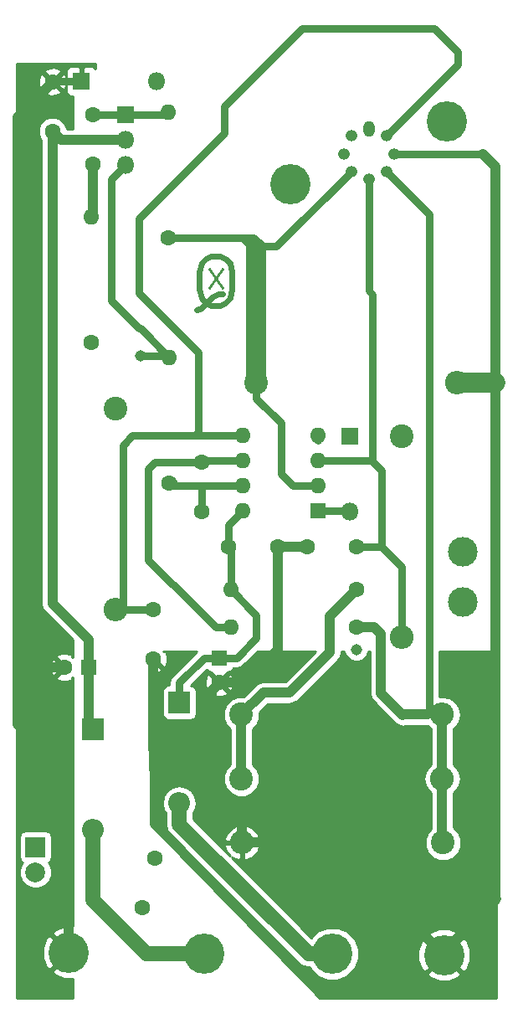
<source format=gbr>
G04 #@! TF.FileFunction,Copper,L2,Bot,Signal*
%FSLAX46Y46*%
G04 Gerber Fmt 4.6, Leading zero omitted, Abs format (unit mm)*
G04 Created by KiCad (PCBNEW 4.0.5) date Saturday, 16 December 2017 'PMt' 23:42:59*
%MOMM*%
%LPD*%
G01*
G04 APERTURE LIST*
%ADD10C,0.150000*%
%ADD11C,0.600000*%
%ADD12C,0.250000*%
%ADD13C,2.400000*%
%ADD14O,2.400000X2.400000*%
%ADD15C,3.000000*%
%ADD16C,4.064000*%
%ADD17C,1.600000*%
%ADD18O,1.600000X1.600000*%
%ADD19R,1.600000X1.600000*%
%ADD20R,1.800000X1.800000*%
%ADD21O,1.800000X1.800000*%
%ADD22R,2.200000X2.200000*%
%ADD23O,2.200000X2.200000*%
%ADD24O,1.200000X1.600000*%
%ADD25O,1.200000X1.200000*%
%ADD26C,1.143000*%
%ADD27R,2.000000X2.000000*%
%ADD28C,2.000000*%
%ADD29C,1.016000*%
%ADD30C,1.000000*%
%ADD31C,2.000000*%
%ADD32C,0.762000*%
%ADD33C,0.508000*%
%ADD34C,1.500000*%
%ADD35C,0.254000*%
G04 APERTURE END LIST*
D10*
D11*
X148971237Y-79700095D02*
X149447428Y-79462000D01*
X149923618Y-78985810D01*
X150637904Y-78271524D01*
X151114095Y-78033429D01*
X151590285Y-78033429D01*
X151352190Y-79223905D02*
X151828380Y-78985810D01*
X152304571Y-78509619D01*
X152542666Y-77557238D01*
X152542666Y-75890571D01*
X152304571Y-74938190D01*
X151828380Y-74462000D01*
X151352190Y-74223905D01*
X150399809Y-74223905D01*
X149923618Y-74462000D01*
X149447428Y-74938190D01*
X149209333Y-75890571D01*
X149209333Y-77557238D01*
X149447428Y-78509619D01*
X149923618Y-78985810D01*
X150399809Y-79223905D01*
X151352190Y-79223905D01*
D12*
X151542667Y-75485762D02*
X150209333Y-77485762D01*
X150209333Y-75485762D02*
X151542667Y-77485762D01*
D13*
X169672000Y-92456000D03*
D14*
X169672000Y-112776000D03*
D15*
X175895000Y-104140000D03*
D16*
X158432500Y-66992500D03*
D17*
X146050000Y-72390000D03*
D18*
X146050000Y-59690000D03*
D19*
X161195000Y-99997000D03*
D18*
X153575000Y-92377000D03*
X161195000Y-97457000D03*
X153575000Y-94917000D03*
X161195000Y-94917000D03*
X153575000Y-97457000D03*
X161195000Y-92377000D03*
X153575000Y-99997000D03*
D20*
X164465000Y-92456000D03*
D21*
X164465000Y-100076000D03*
D20*
X137287000Y-56578500D03*
D21*
X144907000Y-56578500D03*
D22*
X147193000Y-119380000D03*
D23*
X147193000Y-129540000D03*
D24*
X166370000Y-61341000D03*
D25*
X164573949Y-62084949D03*
X163830000Y-63881000D03*
X164573949Y-65677051D03*
X166370000Y-66421000D03*
X168166051Y-65677051D03*
X168910000Y-63881000D03*
X168166051Y-62084949D03*
D17*
X138303000Y-82931000D03*
D18*
X138303000Y-70231000D03*
D17*
X165100000Y-111760000D03*
D18*
X152400000Y-111760000D03*
D17*
X143446500Y-140144500D03*
X144746500Y-135144500D03*
D22*
X138430000Y-122047000D03*
D23*
X138430000Y-132207000D03*
D20*
X141732000Y-59944000D03*
D21*
X141732000Y-62484000D03*
X141732000Y-65024000D03*
D17*
X138430000Y-64944000D03*
X138430000Y-59944000D03*
X165147000Y-103632000D03*
X160147000Y-103632000D03*
X144526000Y-109982000D03*
X144526000Y-114982000D03*
X134366000Y-61595000D03*
X134366000Y-56595000D03*
X152146000Y-103632000D03*
X157146000Y-103632000D03*
X149500000Y-95032000D03*
X149500000Y-100032000D03*
X165100000Y-107950000D03*
D18*
X152400000Y-107950000D03*
D26*
X143256000Y-84328000D03*
X165100000Y-114046000D03*
D16*
X162687000Y-144780000D03*
X136017000Y-144653000D03*
X149733000Y-144780000D03*
X173990000Y-144907000D03*
D17*
X146177000Y-97155000D03*
D18*
X146177000Y-84455000D03*
D13*
X155003500Y-87058500D03*
D14*
X175323500Y-87058500D03*
D13*
X140716000Y-89662000D03*
D14*
X140716000Y-109982000D03*
D13*
X153479500Y-127063500D03*
D14*
X173799500Y-127063500D03*
D13*
X173863000Y-133540500D03*
D14*
X153543000Y-133540500D03*
D13*
X153479500Y-120586500D03*
D14*
X173799500Y-120586500D03*
D15*
X175895000Y-109220000D03*
D16*
X174307500Y-60642500D03*
D27*
X132651500Y-133985000D03*
D28*
X132651500Y-136525000D03*
D19*
X151257000Y-114848000D03*
D17*
X151257000Y-117348000D03*
D19*
X138049000Y-115824000D03*
D17*
X135549000Y-115824000D03*
D29*
X138430000Y-64944000D02*
X138430000Y-70104000D01*
X138430000Y-70104000D02*
X138303000Y-70231000D01*
D30*
X153543000Y-133540500D02*
X162623500Y-133540500D01*
X162623500Y-133540500D02*
X173990000Y-144907000D01*
D29*
X153543000Y-133540500D02*
X153543000Y-131669444D01*
X153543000Y-131669444D02*
X150457001Y-128583445D01*
X151257000Y-117348000D02*
X150457001Y-118147999D01*
X150457001Y-118147999D02*
X150457001Y-128583445D01*
X157146000Y-103632000D02*
X157146000Y-113999000D01*
X157146000Y-113999000D02*
X153797000Y-117348000D01*
X153797000Y-117348000D02*
X151257000Y-117348000D01*
X149225000Y-126943802D02*
X147390802Y-126943802D01*
X149923500Y-126943802D02*
X149225000Y-126943802D01*
D31*
X175323500Y-87058500D02*
X179197000Y-87058500D01*
D29*
X179197000Y-87058500D02*
X179197000Y-88265000D01*
X179197000Y-88265000D02*
X179197000Y-138430000D01*
X175323500Y-87058500D02*
X175323500Y-87439500D01*
X179197000Y-65151000D02*
X179197000Y-85725000D01*
X179197000Y-85725000D02*
X179197000Y-87058500D01*
X157146000Y-103632000D02*
X160147000Y-103632000D01*
X153543000Y-133540500D02*
X153543000Y-131843444D01*
X179197000Y-138430000D02*
X179197000Y-139065000D01*
X179197000Y-138430000D02*
X179197000Y-139319000D01*
X179197000Y-139319000D02*
X175133000Y-143383000D01*
D32*
X173736000Y-144780000D02*
X175133000Y-143383000D01*
X175133000Y-143383000D02*
X179324000Y-139192000D01*
D29*
X177927000Y-63881000D02*
X179197000Y-65151000D01*
D32*
X168910000Y-63881000D02*
X177927000Y-63881000D01*
D29*
X144526000Y-124079000D02*
X144526000Y-114982000D01*
X147390802Y-126943802D02*
X144526000Y-124079000D01*
D32*
X161195000Y-92377000D02*
X161195000Y-92873118D01*
D33*
X161350000Y-92532000D02*
X161195000Y-92377000D01*
D32*
X152400000Y-111760000D02*
X150876000Y-111760000D01*
X150876000Y-111760000D02*
X146558000Y-107442000D01*
X146558000Y-107442000D02*
X146494500Y-107442000D01*
X146494500Y-107442000D02*
X144018000Y-104965500D01*
X144018000Y-104965500D02*
X144018000Y-95758000D01*
X144018000Y-95758000D02*
X144744000Y-95032000D01*
X144744000Y-95032000D02*
X149500000Y-95032000D01*
X153575000Y-94917000D02*
X149615000Y-94917000D01*
D33*
X149615000Y-94917000D02*
X149500000Y-95032000D01*
D32*
X149500000Y-100032000D02*
X149500000Y-97605000D01*
X149500000Y-97605000D02*
X149352000Y-97457000D01*
X153575000Y-97457000D02*
X149352000Y-97457000D01*
X149352000Y-97457000D02*
X146479000Y-97457000D01*
X146479000Y-97457000D02*
X146177000Y-97155000D01*
X146177000Y-97155000D02*
X146623000Y-97155000D01*
X153575000Y-97457000D02*
X152075000Y-97457000D01*
D30*
X162433000Y-110617000D02*
X165100000Y-107950000D01*
X158369000Y-118364000D02*
X162433000Y-114300000D01*
X162433000Y-114300000D02*
X162433000Y-110617000D01*
X155702000Y-118364000D02*
X158369000Y-118364000D01*
X155702000Y-118364000D02*
X153479500Y-120586500D01*
X153479500Y-120586500D02*
X153479500Y-127063500D01*
D34*
X149733000Y-144780000D02*
X143868158Y-144780000D01*
X138430000Y-139341842D02*
X138430000Y-132207000D01*
X143868158Y-144780000D02*
X138430000Y-139341842D01*
D29*
X130810000Y-115824000D02*
X133049000Y-115824000D01*
X133049000Y-115824000D02*
X135549000Y-115824000D01*
X136017000Y-144653000D02*
X136017000Y-126793000D01*
X136017000Y-126793000D02*
X130810000Y-121586000D01*
X130810000Y-121586000D02*
X130810000Y-115824000D01*
X130810000Y-60151000D02*
X130810000Y-115824000D01*
X134366000Y-56595000D02*
X130810000Y-60151000D01*
D32*
X137287000Y-56578500D02*
X134382500Y-56578500D01*
X134382500Y-56578500D02*
X134366000Y-56595000D01*
D34*
X160274000Y-144780000D02*
X162687000Y-144780000D01*
X147193000Y-129540000D02*
X147193000Y-131699000D01*
X147193000Y-131699000D02*
X160274000Y-144780000D01*
D32*
X140335000Y-78740000D02*
X140335000Y-66421000D01*
X140335000Y-66421000D02*
X141732000Y-65024000D01*
X143129000Y-81534000D02*
X140335000Y-78740000D01*
X143256000Y-81534000D02*
X143129000Y-81534000D01*
X143383000Y-84328000D02*
X146050000Y-84328000D01*
X143256000Y-81534000D02*
X146177000Y-84455000D01*
X167671118Y-95885000D02*
X167671118Y-101107882D01*
X167671118Y-101107882D02*
X167671118Y-103632000D01*
X166751000Y-94917000D02*
X166751000Y-94964882D01*
X166751000Y-94964882D02*
X167671118Y-95885000D01*
X161195000Y-94917000D02*
X166751000Y-94917000D01*
X166370000Y-77724000D02*
X166751000Y-78105000D01*
X166751000Y-94917000D02*
X166751000Y-78105000D01*
X169672000Y-112776000D02*
X169672000Y-105632882D01*
X169672000Y-105632882D02*
X167671118Y-103632000D01*
X165147000Y-103632000D02*
X167671118Y-103632000D01*
X166370000Y-66421000D02*
X166370000Y-77724000D01*
X161195000Y-94917000D02*
X161719000Y-94917000D01*
X164573949Y-65677051D02*
X157035500Y-73215500D01*
X157035500Y-73215500D02*
X155511500Y-73215500D01*
X155511500Y-73215500D02*
X154686000Y-72390000D01*
X154686000Y-72390000D02*
X153289000Y-72390000D01*
X146050000Y-72390000D02*
X153289000Y-72390000D01*
D31*
X155003500Y-87185500D02*
X155003500Y-73787000D01*
X155003500Y-73787000D02*
X155003500Y-73406000D01*
D32*
X153289000Y-72390000D02*
X153606500Y-72390000D01*
X153606500Y-72390000D02*
X155003500Y-73787000D01*
X161195000Y-97457000D02*
X158671000Y-97457000D01*
X158671000Y-97457000D02*
X157480000Y-96266000D01*
X157480000Y-96266000D02*
X157480000Y-91122500D01*
X157480000Y-91122500D02*
X155003500Y-88646000D01*
X155003500Y-88646000D02*
X155003500Y-87058500D01*
X141732000Y-59944000D02*
X145796000Y-59944000D01*
X145796000Y-59944000D02*
X146050000Y-59690000D01*
X138430000Y-59944000D02*
X141732000Y-59944000D01*
X143129000Y-70412702D02*
X151765000Y-61776702D01*
X149098000Y-83947000D02*
X143129000Y-77978000D01*
X149098000Y-91996000D02*
X148717000Y-92377000D01*
X149098000Y-83947000D02*
X149098000Y-91996000D01*
X143129000Y-77978000D02*
X143129000Y-70412702D01*
X151765000Y-61776702D02*
X151765000Y-59055000D01*
X159639000Y-51181000D02*
X172974000Y-51181000D01*
X175387000Y-54864000D02*
X168166051Y-62084949D01*
X151765000Y-59055000D02*
X159639000Y-51181000D01*
X172974000Y-51181000D02*
X175387000Y-53594000D01*
X175387000Y-53594000D02*
X175387000Y-54864000D01*
X153575000Y-92377000D02*
X150241000Y-92377000D01*
X150241000Y-92377000D02*
X148717000Y-92377000D01*
X148717000Y-92377000D02*
X142446000Y-92377000D01*
X142446000Y-92377000D02*
X141478000Y-93345000D01*
X141478000Y-93345000D02*
X141478000Y-96762118D01*
X141478000Y-96762118D02*
X141478000Y-109982000D01*
X148778118Y-92315882D02*
X148717000Y-92377000D01*
X140716000Y-109982000D02*
X144526000Y-109982000D01*
X161195000Y-99997000D02*
X164386000Y-99997000D01*
X164386000Y-99997000D02*
X164465000Y-100076000D01*
D30*
X167576500Y-118427500D02*
X167576500Y-112395000D01*
X169799000Y-120650000D02*
X167576500Y-118427500D01*
X169862500Y-120586500D02*
X169799000Y-120650000D01*
X172339000Y-120586500D02*
X169862500Y-120586500D01*
X166941500Y-111760000D02*
X167576500Y-112395000D01*
X165100000Y-111760000D02*
X166941500Y-111760000D01*
D32*
X172339000Y-120586500D02*
X173799500Y-120586500D01*
X172529500Y-88201500D02*
X172529500Y-120396000D01*
X172529500Y-120396000D02*
X172339000Y-120586500D01*
X172529500Y-88201500D02*
X172529500Y-70040500D01*
X172529500Y-70040500D02*
X168166051Y-65677051D01*
D30*
X173799500Y-127063500D02*
X173799500Y-133477000D01*
D32*
X173799500Y-133477000D02*
X173863000Y-133540500D01*
D30*
X173799500Y-120586500D02*
X173799500Y-127063500D01*
D29*
X138049000Y-115824000D02*
X138049000Y-121666000D01*
X138049000Y-121666000D02*
X138430000Y-122047000D01*
X134366000Y-109347000D02*
X134366000Y-107823000D01*
X134366000Y-109347000D02*
X138049000Y-113030000D01*
X138049000Y-113030000D02*
X138049000Y-115824000D01*
X134366000Y-61595000D02*
X134366000Y-107823000D01*
D32*
X138303000Y-116078000D02*
X138049000Y-115824000D01*
D29*
X141732000Y-62484000D02*
X135255000Y-62484000D01*
X135255000Y-62484000D02*
X134366000Y-61595000D01*
D32*
X141732000Y-62484000D02*
X140459208Y-62484000D01*
X147193000Y-117350000D02*
X147193000Y-119380000D01*
X151257000Y-114848000D02*
X149695000Y-114848000D01*
X149695000Y-114848000D02*
X147193000Y-117350000D01*
X152400000Y-107950000D02*
X155000000Y-110550000D01*
X155000000Y-110550000D02*
X155000000Y-112843000D01*
X155000000Y-112843000D02*
X152995000Y-114848000D01*
X152995000Y-114848000D02*
X151257000Y-114848000D01*
X152400000Y-107950000D02*
X152400000Y-103886000D01*
X152400000Y-103886000D02*
X152146000Y-103632000D01*
X152146000Y-103632000D02*
X152146000Y-101426000D01*
X152146000Y-101426000D02*
X153575000Y-99997000D01*
D35*
G36*
X138684000Y-55277474D02*
X138546698Y-55140173D01*
X138313309Y-55043500D01*
X137572750Y-55043500D01*
X137414000Y-55202250D01*
X137414000Y-56451500D01*
X137434000Y-56451500D01*
X137434000Y-56705500D01*
X137414000Y-56705500D01*
X137414000Y-56725500D01*
X137160000Y-56725500D01*
X137160000Y-56705500D01*
X137140000Y-56705500D01*
X137140000Y-56451500D01*
X137160000Y-56451500D01*
X137160000Y-55202250D01*
X137001250Y-55043500D01*
X136260691Y-55043500D01*
X136027302Y-55140173D01*
X135848673Y-55318801D01*
X135752000Y-55552190D01*
X135752000Y-56159999D01*
X135619864Y-55840995D01*
X135373745Y-55766861D01*
X134545605Y-56595000D01*
X135373745Y-57423139D01*
X135619864Y-57349005D01*
X135752000Y-56981388D01*
X135752000Y-57604810D01*
X135848673Y-57838199D01*
X136027302Y-58016827D01*
X136260691Y-58113500D01*
X136398000Y-58113500D01*
X136398000Y-61341000D01*
X135801222Y-61341000D01*
X135801248Y-61310813D01*
X135583243Y-60783200D01*
X135179923Y-60379176D01*
X134652691Y-60160250D01*
X134081813Y-60159752D01*
X133554200Y-60377757D01*
X133150176Y-60781077D01*
X132931250Y-61308309D01*
X132930752Y-61879187D01*
X133148757Y-62406800D01*
X133223000Y-62481173D01*
X133223000Y-109347000D01*
X133310006Y-109784407D01*
X133557777Y-110155223D01*
X136398000Y-112995446D01*
X136398000Y-114795392D01*
X136377139Y-114816253D01*
X136303005Y-114570136D01*
X135765777Y-114377035D01*
X135195546Y-114404222D01*
X134794995Y-114570136D01*
X134720861Y-114816255D01*
X135549000Y-115644395D01*
X135563142Y-115630252D01*
X135742748Y-115809858D01*
X135728605Y-115824000D01*
X135742748Y-115838142D01*
X135563142Y-116017748D01*
X135549000Y-116003605D01*
X134720861Y-116831745D01*
X134794995Y-117077864D01*
X135332223Y-117270965D01*
X135902454Y-117243778D01*
X136303005Y-117077864D01*
X136377139Y-116831747D01*
X136398000Y-116852608D01*
X136398000Y-141983086D01*
X135466643Y-141990025D01*
X134523154Y-142380832D01*
X134298484Y-142754879D01*
X136017000Y-144473395D01*
X136031143Y-144459253D01*
X136210748Y-144638858D01*
X136196605Y-144653000D01*
X136210748Y-144667143D01*
X136031143Y-144846748D01*
X136017000Y-144832605D01*
X134298484Y-146551121D01*
X134523154Y-146925168D01*
X135506388Y-147323880D01*
X136398000Y-147317237D01*
X136398000Y-149290000D01*
X130710000Y-149290000D01*
X130710000Y-144142388D01*
X133346120Y-144142388D01*
X133354025Y-145203357D01*
X133744832Y-146146846D01*
X134118879Y-146371516D01*
X135837395Y-144653000D01*
X134118879Y-142934484D01*
X133744832Y-143159154D01*
X133346120Y-144142388D01*
X130710000Y-144142388D01*
X130710000Y-132985000D01*
X131004060Y-132985000D01*
X131004060Y-134985000D01*
X131048338Y-135220317D01*
X131187410Y-135436441D01*
X131330061Y-135533910D01*
X131266222Y-135597637D01*
X131016784Y-136198352D01*
X131016216Y-136848795D01*
X131264606Y-137449943D01*
X131724137Y-137910278D01*
X132324852Y-138159716D01*
X132975295Y-138160284D01*
X133576443Y-137911894D01*
X134036778Y-137452363D01*
X134286216Y-136851648D01*
X134286784Y-136201205D01*
X134038394Y-135600057D01*
X133971879Y-135533426D01*
X134102941Y-135449090D01*
X134247931Y-135236890D01*
X134298940Y-134985000D01*
X134298940Y-132985000D01*
X134254662Y-132749683D01*
X134115590Y-132533559D01*
X133903390Y-132388569D01*
X133651500Y-132337560D01*
X131651500Y-132337560D01*
X131416183Y-132381838D01*
X131200059Y-132520910D01*
X131055069Y-132733110D01*
X131004060Y-132985000D01*
X130710000Y-132985000D01*
X130710000Y-115607223D01*
X134102035Y-115607223D01*
X134129222Y-116177454D01*
X134295136Y-116578005D01*
X134541255Y-116652139D01*
X135369395Y-115824000D01*
X134541255Y-114995861D01*
X134295136Y-115069995D01*
X134102035Y-115607223D01*
X130710000Y-115607223D01*
X130710000Y-57602745D01*
X133537861Y-57602745D01*
X133611995Y-57848864D01*
X134149223Y-58041965D01*
X134719454Y-58014778D01*
X135120005Y-57848864D01*
X135194139Y-57602745D01*
X134366000Y-56774605D01*
X133537861Y-57602745D01*
X130710000Y-57602745D01*
X130710000Y-56378223D01*
X132919035Y-56378223D01*
X132946222Y-56948454D01*
X133112136Y-57349005D01*
X133358255Y-57423139D01*
X134186395Y-56595000D01*
X133358255Y-55766861D01*
X133112136Y-55840995D01*
X132919035Y-56378223D01*
X130710000Y-56378223D01*
X130710000Y-55587255D01*
X133537861Y-55587255D01*
X134366000Y-56415395D01*
X135194139Y-55587255D01*
X135120005Y-55341136D01*
X134582777Y-55148035D01*
X134012546Y-55175222D01*
X133611995Y-55341136D01*
X133537861Y-55587255D01*
X130710000Y-55587255D01*
X130710000Y-54737000D01*
X138684000Y-54737000D01*
X138684000Y-55277474D01*
X138684000Y-55277474D01*
G37*
X138684000Y-55277474D02*
X138546698Y-55140173D01*
X138313309Y-55043500D01*
X137572750Y-55043500D01*
X137414000Y-55202250D01*
X137414000Y-56451500D01*
X137434000Y-56451500D01*
X137434000Y-56705500D01*
X137414000Y-56705500D01*
X137414000Y-56725500D01*
X137160000Y-56725500D01*
X137160000Y-56705500D01*
X137140000Y-56705500D01*
X137140000Y-56451500D01*
X137160000Y-56451500D01*
X137160000Y-55202250D01*
X137001250Y-55043500D01*
X136260691Y-55043500D01*
X136027302Y-55140173D01*
X135848673Y-55318801D01*
X135752000Y-55552190D01*
X135752000Y-56159999D01*
X135619864Y-55840995D01*
X135373745Y-55766861D01*
X134545605Y-56595000D01*
X135373745Y-57423139D01*
X135619864Y-57349005D01*
X135752000Y-56981388D01*
X135752000Y-57604810D01*
X135848673Y-57838199D01*
X136027302Y-58016827D01*
X136260691Y-58113500D01*
X136398000Y-58113500D01*
X136398000Y-61341000D01*
X135801222Y-61341000D01*
X135801248Y-61310813D01*
X135583243Y-60783200D01*
X135179923Y-60379176D01*
X134652691Y-60160250D01*
X134081813Y-60159752D01*
X133554200Y-60377757D01*
X133150176Y-60781077D01*
X132931250Y-61308309D01*
X132930752Y-61879187D01*
X133148757Y-62406800D01*
X133223000Y-62481173D01*
X133223000Y-109347000D01*
X133310006Y-109784407D01*
X133557777Y-110155223D01*
X136398000Y-112995446D01*
X136398000Y-114795392D01*
X136377139Y-114816253D01*
X136303005Y-114570136D01*
X135765777Y-114377035D01*
X135195546Y-114404222D01*
X134794995Y-114570136D01*
X134720861Y-114816255D01*
X135549000Y-115644395D01*
X135563142Y-115630252D01*
X135742748Y-115809858D01*
X135728605Y-115824000D01*
X135742748Y-115838142D01*
X135563142Y-116017748D01*
X135549000Y-116003605D01*
X134720861Y-116831745D01*
X134794995Y-117077864D01*
X135332223Y-117270965D01*
X135902454Y-117243778D01*
X136303005Y-117077864D01*
X136377139Y-116831747D01*
X136398000Y-116852608D01*
X136398000Y-141983086D01*
X135466643Y-141990025D01*
X134523154Y-142380832D01*
X134298484Y-142754879D01*
X136017000Y-144473395D01*
X136031143Y-144459253D01*
X136210748Y-144638858D01*
X136196605Y-144653000D01*
X136210748Y-144667143D01*
X136031143Y-144846748D01*
X136017000Y-144832605D01*
X134298484Y-146551121D01*
X134523154Y-146925168D01*
X135506388Y-147323880D01*
X136398000Y-147317237D01*
X136398000Y-149290000D01*
X130710000Y-149290000D01*
X130710000Y-144142388D01*
X133346120Y-144142388D01*
X133354025Y-145203357D01*
X133744832Y-146146846D01*
X134118879Y-146371516D01*
X135837395Y-144653000D01*
X134118879Y-142934484D01*
X133744832Y-143159154D01*
X133346120Y-144142388D01*
X130710000Y-144142388D01*
X130710000Y-132985000D01*
X131004060Y-132985000D01*
X131004060Y-134985000D01*
X131048338Y-135220317D01*
X131187410Y-135436441D01*
X131330061Y-135533910D01*
X131266222Y-135597637D01*
X131016784Y-136198352D01*
X131016216Y-136848795D01*
X131264606Y-137449943D01*
X131724137Y-137910278D01*
X132324852Y-138159716D01*
X132975295Y-138160284D01*
X133576443Y-137911894D01*
X134036778Y-137452363D01*
X134286216Y-136851648D01*
X134286784Y-136201205D01*
X134038394Y-135600057D01*
X133971879Y-135533426D01*
X134102941Y-135449090D01*
X134247931Y-135236890D01*
X134298940Y-134985000D01*
X134298940Y-132985000D01*
X134254662Y-132749683D01*
X134115590Y-132533559D01*
X133903390Y-132388569D01*
X133651500Y-132337560D01*
X131651500Y-132337560D01*
X131416183Y-132381838D01*
X131200059Y-132520910D01*
X131055069Y-132733110D01*
X131004060Y-132985000D01*
X130710000Y-132985000D01*
X130710000Y-115607223D01*
X134102035Y-115607223D01*
X134129222Y-116177454D01*
X134295136Y-116578005D01*
X134541255Y-116652139D01*
X135369395Y-115824000D01*
X134541255Y-114995861D01*
X134295136Y-115069995D01*
X134102035Y-115607223D01*
X130710000Y-115607223D01*
X130710000Y-57602745D01*
X133537861Y-57602745D01*
X133611995Y-57848864D01*
X134149223Y-58041965D01*
X134719454Y-58014778D01*
X135120005Y-57848864D01*
X135194139Y-57602745D01*
X134366000Y-56774605D01*
X133537861Y-57602745D01*
X130710000Y-57602745D01*
X130710000Y-56378223D01*
X132919035Y-56378223D01*
X132946222Y-56948454D01*
X133112136Y-57349005D01*
X133358255Y-57423139D01*
X134186395Y-56595000D01*
X133358255Y-55766861D01*
X133112136Y-55840995D01*
X132919035Y-56378223D01*
X130710000Y-56378223D01*
X130710000Y-55587255D01*
X133537861Y-55587255D01*
X134366000Y-56415395D01*
X135194139Y-55587255D01*
X135120005Y-55341136D01*
X134582777Y-55148035D01*
X134012546Y-55175222D01*
X133611995Y-55341136D01*
X133537861Y-55587255D01*
X130710000Y-55587255D01*
X130710000Y-54737000D01*
X138684000Y-54737000D01*
X138684000Y-55277474D01*
G36*
X146474580Y-116631580D02*
X146254338Y-116961193D01*
X146254338Y-116961194D01*
X146177000Y-117350000D01*
X146177000Y-117632560D01*
X146093000Y-117632560D01*
X145857683Y-117676838D01*
X145641559Y-117815910D01*
X145496569Y-118028110D01*
X145445560Y-118280000D01*
X145445560Y-120480000D01*
X145489838Y-120715317D01*
X145628910Y-120931441D01*
X145841110Y-121076431D01*
X146093000Y-121127440D01*
X148293000Y-121127440D01*
X148528317Y-121083162D01*
X148744441Y-120944090D01*
X148889431Y-120731890D01*
X148940440Y-120480000D01*
X148940440Y-118355745D01*
X150428861Y-118355745D01*
X150502995Y-118601864D01*
X151040223Y-118794965D01*
X151610454Y-118767778D01*
X152011005Y-118601864D01*
X152085139Y-118355745D01*
X151257000Y-117527605D01*
X150428861Y-118355745D01*
X148940440Y-118355745D01*
X148940440Y-118280000D01*
X148896162Y-118044683D01*
X148757090Y-117828559D01*
X148544890Y-117683569D01*
X148338139Y-117641701D01*
X148848617Y-117131223D01*
X149810035Y-117131223D01*
X149837222Y-117701454D01*
X150003136Y-118102005D01*
X150249255Y-118176139D01*
X151077395Y-117348000D01*
X151436605Y-117348000D01*
X152264745Y-118176139D01*
X152510864Y-118102005D01*
X152703965Y-117564777D01*
X152676778Y-116994546D01*
X152510864Y-116593995D01*
X152264745Y-116519861D01*
X151436605Y-117348000D01*
X151077395Y-117348000D01*
X150249255Y-116519861D01*
X150003136Y-116593995D01*
X149810035Y-117131223D01*
X148848617Y-117131223D01*
X149948858Y-116030983D01*
X149992910Y-116099441D01*
X150205110Y-116244431D01*
X150443201Y-116292646D01*
X150428861Y-116340255D01*
X151257000Y-117168395D01*
X152085139Y-116340255D01*
X152070855Y-116292833D01*
X152292317Y-116251162D01*
X152508441Y-116112090D01*
X152653431Y-115899890D01*
X152660699Y-115864000D01*
X152995000Y-115864000D01*
X153319300Y-115799493D01*
X153383807Y-115786662D01*
X153713420Y-115566420D01*
X155106841Y-114173000D01*
X160954868Y-114173000D01*
X157898868Y-117229000D01*
X155702000Y-117229000D01*
X155267655Y-117315396D01*
X154899434Y-117561434D01*
X153709168Y-118751700D01*
X153116097Y-118751182D01*
X152441414Y-119029955D01*
X151924770Y-119545699D01*
X151644819Y-120219895D01*
X151644182Y-120949903D01*
X151922955Y-121624586D01*
X152344500Y-122046867D01*
X152344500Y-125603700D01*
X151924770Y-126022699D01*
X151644819Y-126696895D01*
X151644182Y-127426903D01*
X151922955Y-128101586D01*
X152438699Y-128618230D01*
X153112895Y-128898181D01*
X153842903Y-128898818D01*
X154517586Y-128620045D01*
X155034230Y-128104301D01*
X155314181Y-127430105D01*
X155314818Y-126700097D01*
X155036045Y-126025414D01*
X154614500Y-125603133D01*
X154614500Y-122046300D01*
X155034230Y-121627301D01*
X155314181Y-120953105D01*
X155314702Y-120356430D01*
X156172132Y-119499000D01*
X158369000Y-119499000D01*
X158803346Y-119412603D01*
X159171566Y-119166566D01*
X163235566Y-115102566D01*
X163258512Y-115068225D01*
X163481603Y-114734346D01*
X163568000Y-114300000D01*
X163568000Y-114173000D01*
X163893389Y-114173000D01*
X163893291Y-114284935D01*
X164076582Y-114728535D01*
X164415680Y-115068225D01*
X164858959Y-115252290D01*
X165338935Y-115252709D01*
X165782535Y-115069418D01*
X166122225Y-114730320D01*
X166306290Y-114287041D01*
X166306390Y-114173000D01*
X166441500Y-114173000D01*
X166441500Y-118427500D01*
X166527897Y-118861846D01*
X166640224Y-119029955D01*
X166773934Y-119230066D01*
X168996434Y-121452566D01*
X169364655Y-121698604D01*
X169799000Y-121785000D01*
X170118239Y-121721500D01*
X172339000Y-121721500D01*
X172355244Y-121718269D01*
X172466009Y-121884041D01*
X172664500Y-122016668D01*
X172664500Y-125633332D01*
X172466009Y-125765959D01*
X172068231Y-126361276D01*
X171928550Y-127063500D01*
X172068231Y-127765724D01*
X172466009Y-128361041D01*
X172664500Y-128493668D01*
X172664500Y-132144090D01*
X172308270Y-132499699D01*
X172028319Y-133173895D01*
X172027682Y-133903903D01*
X172306455Y-134578586D01*
X172822199Y-135095230D01*
X173496395Y-135375181D01*
X174226403Y-135375818D01*
X174901086Y-135097045D01*
X175417730Y-134581301D01*
X175697681Y-133907105D01*
X175698318Y-133177097D01*
X175419545Y-132502414D01*
X174934500Y-132016523D01*
X174934500Y-128493668D01*
X175132991Y-128361041D01*
X175530769Y-127765724D01*
X175670450Y-127063500D01*
X175530769Y-126361276D01*
X175132991Y-125765959D01*
X174934500Y-125633332D01*
X174934500Y-122016668D01*
X175132991Y-121884041D01*
X175530769Y-121288724D01*
X175670450Y-120586500D01*
X175530769Y-119884276D01*
X175132991Y-119288959D01*
X174537674Y-118891181D01*
X173835450Y-118751500D01*
X173763550Y-118751500D01*
X173545500Y-118794873D01*
X173545500Y-114173000D01*
X179290000Y-114173000D01*
X179290000Y-149290000D01*
X161412463Y-149290000D01*
X144271631Y-131773821D01*
X144255433Y-129506009D01*
X145458000Y-129506009D01*
X145458000Y-129573991D01*
X145590069Y-130237947D01*
X145808000Y-130564103D01*
X145808000Y-131699000D01*
X145913427Y-132229017D01*
X146068434Y-132461001D01*
X146213657Y-132678343D01*
X159294657Y-145759343D01*
X159743984Y-146059574D01*
X160274000Y-146165000D01*
X160373572Y-146165000D01*
X160424709Y-146288761D01*
X161174293Y-147039655D01*
X162154173Y-147446536D01*
X163215172Y-147447462D01*
X164195761Y-147042291D01*
X164433345Y-146805121D01*
X172271484Y-146805121D01*
X172496154Y-147179168D01*
X173479388Y-147577880D01*
X174540357Y-147569975D01*
X175483846Y-147179168D01*
X175708516Y-146805121D01*
X173990000Y-145086605D01*
X172271484Y-146805121D01*
X164433345Y-146805121D01*
X164946655Y-146292707D01*
X165353536Y-145312827D01*
X165354335Y-144396388D01*
X171319120Y-144396388D01*
X171327025Y-145457357D01*
X171717832Y-146400846D01*
X172091879Y-146625516D01*
X173810395Y-144907000D01*
X174169605Y-144907000D01*
X175888121Y-146625516D01*
X176262168Y-146400846D01*
X176660880Y-145417612D01*
X176652975Y-144356643D01*
X176262168Y-143413154D01*
X175888121Y-143188484D01*
X174169605Y-144907000D01*
X173810395Y-144907000D01*
X172091879Y-143188484D01*
X171717832Y-143413154D01*
X171319120Y-144396388D01*
X165354335Y-144396388D01*
X165354462Y-144251828D01*
X164949291Y-143271239D01*
X164687389Y-143008879D01*
X172271484Y-143008879D01*
X173990000Y-144727395D01*
X175708516Y-143008879D01*
X175483846Y-142634832D01*
X174500612Y-142236120D01*
X173439643Y-142244025D01*
X172496154Y-142634832D01*
X172271484Y-143008879D01*
X164687389Y-143008879D01*
X164199707Y-142520345D01*
X163219827Y-142113464D01*
X162158828Y-142112538D01*
X161178239Y-142517709D01*
X160573790Y-143121104D01*
X152495407Y-135042721D01*
X153131193Y-135328703D01*
X153416000Y-135212358D01*
X153416000Y-133667500D01*
X153670000Y-133667500D01*
X153670000Y-135212358D01*
X153954807Y-135328703D01*
X154607776Y-135034992D01*
X155098642Y-134513758D01*
X155331195Y-133952305D01*
X155214432Y-133667500D01*
X153670000Y-133667500D01*
X153416000Y-133667500D01*
X151871568Y-133667500D01*
X151754805Y-133952305D01*
X151987358Y-134513758D01*
X152325410Y-134872724D01*
X150581381Y-133128695D01*
X151754805Y-133128695D01*
X151871568Y-133413500D01*
X153416000Y-133413500D01*
X153416000Y-131868642D01*
X153670000Y-131868642D01*
X153670000Y-133413500D01*
X155214432Y-133413500D01*
X155331195Y-133128695D01*
X155098642Y-132567242D01*
X154607776Y-132046008D01*
X153954807Y-131752297D01*
X153670000Y-131868642D01*
X153416000Y-131868642D01*
X153131193Y-131752297D01*
X152478224Y-132046008D01*
X151987358Y-132567242D01*
X151754805Y-133128695D01*
X150581381Y-133128695D01*
X148578000Y-131125314D01*
X148578000Y-130564103D01*
X148795931Y-130237947D01*
X148928000Y-129573991D01*
X148928000Y-129506009D01*
X148795931Y-128842053D01*
X148419830Y-128279179D01*
X147856956Y-127903078D01*
X147193000Y-127771009D01*
X146529044Y-127903078D01*
X145966170Y-128279179D01*
X145590069Y-128842053D01*
X145458000Y-129506009D01*
X144255433Y-129506009D01*
X144161646Y-116375920D01*
X144309223Y-116428965D01*
X144879454Y-116401778D01*
X145280005Y-116235864D01*
X145354139Y-115989745D01*
X144526000Y-115161605D01*
X144511858Y-115175748D01*
X144332252Y-114996142D01*
X144346395Y-114982000D01*
X144332253Y-114967858D01*
X144511858Y-114788252D01*
X144526000Y-114802395D01*
X144540142Y-114788252D01*
X144719748Y-114967858D01*
X144705605Y-114982000D01*
X145533745Y-115810139D01*
X145779864Y-115736005D01*
X145972965Y-115198777D01*
X145945778Y-114628546D01*
X145779864Y-114227995D01*
X145597285Y-114173000D01*
X148933159Y-114173000D01*
X146474580Y-116631580D01*
X146474580Y-116631580D01*
G37*
X146474580Y-116631580D02*
X146254338Y-116961193D01*
X146254338Y-116961194D01*
X146177000Y-117350000D01*
X146177000Y-117632560D01*
X146093000Y-117632560D01*
X145857683Y-117676838D01*
X145641559Y-117815910D01*
X145496569Y-118028110D01*
X145445560Y-118280000D01*
X145445560Y-120480000D01*
X145489838Y-120715317D01*
X145628910Y-120931441D01*
X145841110Y-121076431D01*
X146093000Y-121127440D01*
X148293000Y-121127440D01*
X148528317Y-121083162D01*
X148744441Y-120944090D01*
X148889431Y-120731890D01*
X148940440Y-120480000D01*
X148940440Y-118355745D01*
X150428861Y-118355745D01*
X150502995Y-118601864D01*
X151040223Y-118794965D01*
X151610454Y-118767778D01*
X152011005Y-118601864D01*
X152085139Y-118355745D01*
X151257000Y-117527605D01*
X150428861Y-118355745D01*
X148940440Y-118355745D01*
X148940440Y-118280000D01*
X148896162Y-118044683D01*
X148757090Y-117828559D01*
X148544890Y-117683569D01*
X148338139Y-117641701D01*
X148848617Y-117131223D01*
X149810035Y-117131223D01*
X149837222Y-117701454D01*
X150003136Y-118102005D01*
X150249255Y-118176139D01*
X151077395Y-117348000D01*
X151436605Y-117348000D01*
X152264745Y-118176139D01*
X152510864Y-118102005D01*
X152703965Y-117564777D01*
X152676778Y-116994546D01*
X152510864Y-116593995D01*
X152264745Y-116519861D01*
X151436605Y-117348000D01*
X151077395Y-117348000D01*
X150249255Y-116519861D01*
X150003136Y-116593995D01*
X149810035Y-117131223D01*
X148848617Y-117131223D01*
X149948858Y-116030983D01*
X149992910Y-116099441D01*
X150205110Y-116244431D01*
X150443201Y-116292646D01*
X150428861Y-116340255D01*
X151257000Y-117168395D01*
X152085139Y-116340255D01*
X152070855Y-116292833D01*
X152292317Y-116251162D01*
X152508441Y-116112090D01*
X152653431Y-115899890D01*
X152660699Y-115864000D01*
X152995000Y-115864000D01*
X153319300Y-115799493D01*
X153383807Y-115786662D01*
X153713420Y-115566420D01*
X155106841Y-114173000D01*
X160954868Y-114173000D01*
X157898868Y-117229000D01*
X155702000Y-117229000D01*
X155267655Y-117315396D01*
X154899434Y-117561434D01*
X153709168Y-118751700D01*
X153116097Y-118751182D01*
X152441414Y-119029955D01*
X151924770Y-119545699D01*
X151644819Y-120219895D01*
X151644182Y-120949903D01*
X151922955Y-121624586D01*
X152344500Y-122046867D01*
X152344500Y-125603700D01*
X151924770Y-126022699D01*
X151644819Y-126696895D01*
X151644182Y-127426903D01*
X151922955Y-128101586D01*
X152438699Y-128618230D01*
X153112895Y-128898181D01*
X153842903Y-128898818D01*
X154517586Y-128620045D01*
X155034230Y-128104301D01*
X155314181Y-127430105D01*
X155314818Y-126700097D01*
X155036045Y-126025414D01*
X154614500Y-125603133D01*
X154614500Y-122046300D01*
X155034230Y-121627301D01*
X155314181Y-120953105D01*
X155314702Y-120356430D01*
X156172132Y-119499000D01*
X158369000Y-119499000D01*
X158803346Y-119412603D01*
X159171566Y-119166566D01*
X163235566Y-115102566D01*
X163258512Y-115068225D01*
X163481603Y-114734346D01*
X163568000Y-114300000D01*
X163568000Y-114173000D01*
X163893389Y-114173000D01*
X163893291Y-114284935D01*
X164076582Y-114728535D01*
X164415680Y-115068225D01*
X164858959Y-115252290D01*
X165338935Y-115252709D01*
X165782535Y-115069418D01*
X166122225Y-114730320D01*
X166306290Y-114287041D01*
X166306390Y-114173000D01*
X166441500Y-114173000D01*
X166441500Y-118427500D01*
X166527897Y-118861846D01*
X166640224Y-119029955D01*
X166773934Y-119230066D01*
X168996434Y-121452566D01*
X169364655Y-121698604D01*
X169799000Y-121785000D01*
X170118239Y-121721500D01*
X172339000Y-121721500D01*
X172355244Y-121718269D01*
X172466009Y-121884041D01*
X172664500Y-122016668D01*
X172664500Y-125633332D01*
X172466009Y-125765959D01*
X172068231Y-126361276D01*
X171928550Y-127063500D01*
X172068231Y-127765724D01*
X172466009Y-128361041D01*
X172664500Y-128493668D01*
X172664500Y-132144090D01*
X172308270Y-132499699D01*
X172028319Y-133173895D01*
X172027682Y-133903903D01*
X172306455Y-134578586D01*
X172822199Y-135095230D01*
X173496395Y-135375181D01*
X174226403Y-135375818D01*
X174901086Y-135097045D01*
X175417730Y-134581301D01*
X175697681Y-133907105D01*
X175698318Y-133177097D01*
X175419545Y-132502414D01*
X174934500Y-132016523D01*
X174934500Y-128493668D01*
X175132991Y-128361041D01*
X175530769Y-127765724D01*
X175670450Y-127063500D01*
X175530769Y-126361276D01*
X175132991Y-125765959D01*
X174934500Y-125633332D01*
X174934500Y-122016668D01*
X175132991Y-121884041D01*
X175530769Y-121288724D01*
X175670450Y-120586500D01*
X175530769Y-119884276D01*
X175132991Y-119288959D01*
X174537674Y-118891181D01*
X173835450Y-118751500D01*
X173763550Y-118751500D01*
X173545500Y-118794873D01*
X173545500Y-114173000D01*
X179290000Y-114173000D01*
X179290000Y-149290000D01*
X161412463Y-149290000D01*
X144271631Y-131773821D01*
X144255433Y-129506009D01*
X145458000Y-129506009D01*
X145458000Y-129573991D01*
X145590069Y-130237947D01*
X145808000Y-130564103D01*
X145808000Y-131699000D01*
X145913427Y-132229017D01*
X146068434Y-132461001D01*
X146213657Y-132678343D01*
X159294657Y-145759343D01*
X159743984Y-146059574D01*
X160274000Y-146165000D01*
X160373572Y-146165000D01*
X160424709Y-146288761D01*
X161174293Y-147039655D01*
X162154173Y-147446536D01*
X163215172Y-147447462D01*
X164195761Y-147042291D01*
X164433345Y-146805121D01*
X172271484Y-146805121D01*
X172496154Y-147179168D01*
X173479388Y-147577880D01*
X174540357Y-147569975D01*
X175483846Y-147179168D01*
X175708516Y-146805121D01*
X173990000Y-145086605D01*
X172271484Y-146805121D01*
X164433345Y-146805121D01*
X164946655Y-146292707D01*
X165353536Y-145312827D01*
X165354335Y-144396388D01*
X171319120Y-144396388D01*
X171327025Y-145457357D01*
X171717832Y-146400846D01*
X172091879Y-146625516D01*
X173810395Y-144907000D01*
X174169605Y-144907000D01*
X175888121Y-146625516D01*
X176262168Y-146400846D01*
X176660880Y-145417612D01*
X176652975Y-144356643D01*
X176262168Y-143413154D01*
X175888121Y-143188484D01*
X174169605Y-144907000D01*
X173810395Y-144907000D01*
X172091879Y-143188484D01*
X171717832Y-143413154D01*
X171319120Y-144396388D01*
X165354335Y-144396388D01*
X165354462Y-144251828D01*
X164949291Y-143271239D01*
X164687389Y-143008879D01*
X172271484Y-143008879D01*
X173990000Y-144727395D01*
X175708516Y-143008879D01*
X175483846Y-142634832D01*
X174500612Y-142236120D01*
X173439643Y-142244025D01*
X172496154Y-142634832D01*
X172271484Y-143008879D01*
X164687389Y-143008879D01*
X164199707Y-142520345D01*
X163219827Y-142113464D01*
X162158828Y-142112538D01*
X161178239Y-142517709D01*
X160573790Y-143121104D01*
X152495407Y-135042721D01*
X153131193Y-135328703D01*
X153416000Y-135212358D01*
X153416000Y-133667500D01*
X153670000Y-133667500D01*
X153670000Y-135212358D01*
X153954807Y-135328703D01*
X154607776Y-135034992D01*
X155098642Y-134513758D01*
X155331195Y-133952305D01*
X155214432Y-133667500D01*
X153670000Y-133667500D01*
X153416000Y-133667500D01*
X151871568Y-133667500D01*
X151754805Y-133952305D01*
X151987358Y-134513758D01*
X152325410Y-134872724D01*
X150581381Y-133128695D01*
X151754805Y-133128695D01*
X151871568Y-133413500D01*
X153416000Y-133413500D01*
X153416000Y-131868642D01*
X153670000Y-131868642D01*
X153670000Y-133413500D01*
X155214432Y-133413500D01*
X155331195Y-133128695D01*
X155098642Y-132567242D01*
X154607776Y-132046008D01*
X153954807Y-131752297D01*
X153670000Y-131868642D01*
X153416000Y-131868642D01*
X153131193Y-131752297D01*
X152478224Y-132046008D01*
X151987358Y-132567242D01*
X151754805Y-133128695D01*
X150581381Y-133128695D01*
X148578000Y-131125314D01*
X148578000Y-130564103D01*
X148795931Y-130237947D01*
X148928000Y-129573991D01*
X148928000Y-129506009D01*
X148795931Y-128842053D01*
X148419830Y-128279179D01*
X147856956Y-127903078D01*
X147193000Y-127771009D01*
X146529044Y-127903078D01*
X145966170Y-128279179D01*
X145590069Y-128842053D01*
X145458000Y-129506009D01*
X144255433Y-129506009D01*
X144161646Y-116375920D01*
X144309223Y-116428965D01*
X144879454Y-116401778D01*
X145280005Y-116235864D01*
X145354139Y-115989745D01*
X144526000Y-115161605D01*
X144511858Y-115175748D01*
X144332252Y-114996142D01*
X144346395Y-114982000D01*
X144332253Y-114967858D01*
X144511858Y-114788252D01*
X144526000Y-114802395D01*
X144540142Y-114788252D01*
X144719748Y-114967858D01*
X144705605Y-114982000D01*
X145533745Y-115810139D01*
X145779864Y-115736005D01*
X145972965Y-115198777D01*
X145945778Y-114628546D01*
X145779864Y-114227995D01*
X145597285Y-114173000D01*
X148933159Y-114173000D01*
X146474580Y-116631580D01*
M02*

</source>
